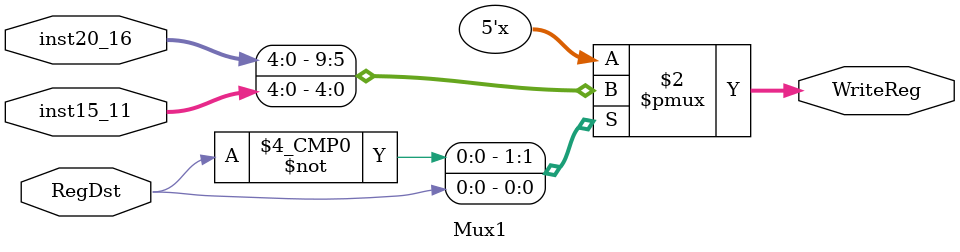
<source format=v>
module Mux1(inst20_16, inst15_11, RegDst, WriteReg);

	input [4:0] inst20_16;
	input [4:0] inst15_11;
	input RegDst;
	
	output reg [4:0] WriteReg;

	always @ (RegDst, inst20_16, inst15_11) begin
		case(RegDst) 
			0 : WriteReg <= inst20_16;
			1 : WriteReg <= inst15_11;
		endcase
	end
endmodule

</source>
